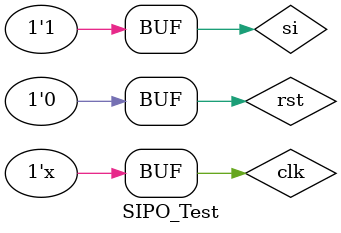
<source format=v>
`timescale 1ns / 1ps


module SIPO_Test;

	// Inputs
	reg si;
	reg clk;
	reg rst;

	// Outputs
	wire [3:0] PO;

	// Instantiate the Unit Under Test (UUT)
	SIPO uut (
		.si(si), 
		.clk(clk), 
		.rst(rst), 
		.PO(PO)
	);
	initial
	clk = 1'b0;
	always #10 clk = ~clk;
	initial begin
		// Initialize Inputs
		rst = 1'b1; si = 1'b1;

		// Wait 100 ns for global reset to finish
		#500 rst=1'b0;
		#100 si=1'b0;
		#100 si=1'b1;
        
		// Add stimulus here

	end
      
endmodule


</source>
